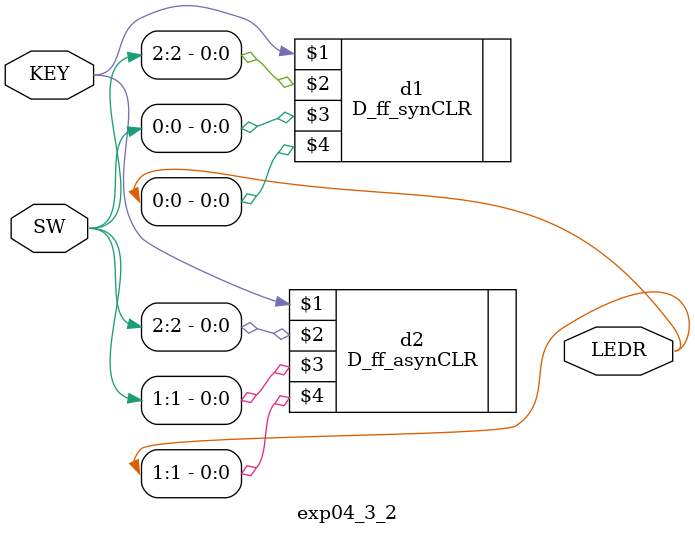
<source format=v>


module exp04_3_2(

	//////////// KEY //////////
	input 		     [0:0]   		KEY,

	//////////// SW //////////
	input 		     [2:0]		SW,

	//////////// LED //////////
	output		     [1:0]		LEDR
);



//=======================================================
//  REG/WIRE declarations
//=======================================================

D_ff_synCLR d1(KEY, SW[2], SW[0], LEDR[0]);
D_ff_asynCLR d2(KEY, SW[2], SW[1], LEDR[1]);

//=======================================================
//  Structural coding
//=======================================================



endmodule

</source>
